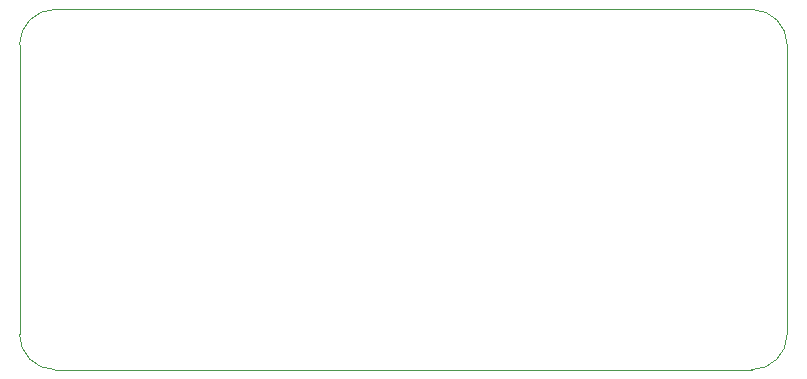
<source format=gm1>
%TF.GenerationSoftware,KiCad,Pcbnew,9.0.2-9.0.2-0~ubuntu24.04.1*%
%TF.CreationDate,2025-07-08T16:58:14-04:00*%
%TF.ProjectId,GPIO_ADC_uHAT,4750494f-5f41-4444-935f-754841542e6b,rev?*%
%TF.SameCoordinates,Original*%
%TF.FileFunction,Profile,NP*%
%FSLAX46Y46*%
G04 Gerber Fmt 4.6, Leading zero omitted, Abs format (unit mm)*
G04 Created by KiCad (PCBNEW 9.0.2-9.0.2-0~ubuntu24.04.1) date 2025-07-08 16:58:14*
%MOMM*%
%LPD*%
G01*
G04 APERTURE LIST*
%TA.AperFunction,Profile*%
%ADD10C,0.050000*%
%TD*%
G04 APERTURE END LIST*
D10*
%TO.C,J1*%
X117000000Y-86450000D02*
X117000000Y-61950000D01*
X120000000Y-58950000D02*
X179000000Y-58950000D01*
X179000000Y-89450000D02*
X120000000Y-89450000D01*
X182000000Y-61950000D02*
X182000000Y-86450000D01*
X117000000Y-61950000D02*
G75*
G02*
X120000000Y-58950000I3000001J-1D01*
G01*
X120000000Y-89450000D02*
G75*
G02*
X117000000Y-86450000I1J3000001D01*
G01*
X179000000Y-58950000D02*
G75*
G02*
X182000000Y-61950000I0J-3000000D01*
G01*
X182000000Y-86450000D02*
G75*
G02*
X179000000Y-89450000I-3000000J0D01*
G01*
%TD*%
M02*

</source>
